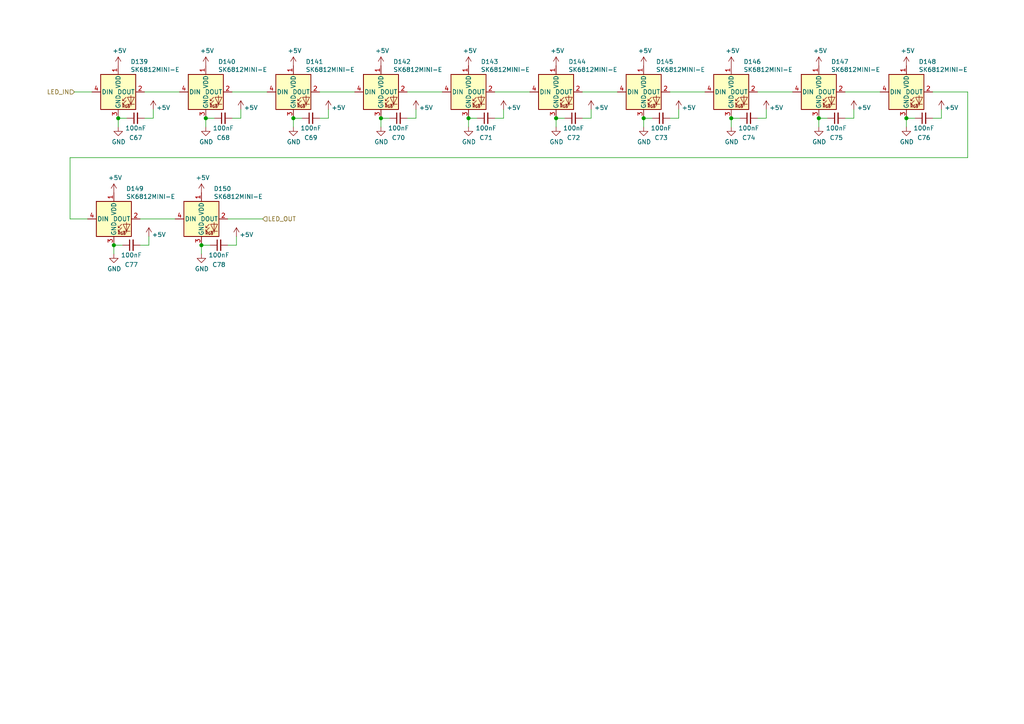
<source format=kicad_sch>
(kicad_sch (version 20210406) (generator eeschema)
  (paper "A4")
  (lib_symbols
    (symbol "Device:C_Small" (pin_numbers hide) (pin_names (offset 0.254) hide)
      (property "Reference" "C" (at 0.254 1.778 0))
      (property "Value" "C_Small" (at 0.254 -2.032 0))
      (symbol "C_Small_0_1"
        (polyline (pts (xy -1.524 -0.508) (xy 1.524 -0.508)) (stroke (width 0.3302)))
        (polyline (pts (xy -1.524 0.508) (xy 1.524 0.508)) (stroke (width 0.3048)))
      )
      (symbol "C_Small_1_1"
        (pin passive line (at 0 2.54 270) (length 2.032) (name "~") (number "1"))
        (pin passive line (at 0 -2.54 90) (length 2.032) (name "~") (number "2"))
      )
    )
    (symbol "chonc60:SK6812MINI-E" (pin_names (offset 0.254))
      (property "Reference" "D" (at 5.08 5.715 0))
      (property "Value" "SK6812MINI-E" (at 1.27 -5.715 0))
      (symbol "SK6812MINI-E_0_0"
        (text "RGB" (at 2.286 -4.191 0) (effects (font (size 0.762 0.762))))
      )
      (symbol "SK6812MINI-E_0_1"
        (rectangle (start 5.08 5.08) (end -5.08 -5.08) (stroke (width 0.254)) (fill (type background)))
        (polyline (pts (xy 1.27 -3.556) (xy 1.778 -3.556)))
        (polyline (pts (xy 1.27 -2.54) (xy 1.778 -2.54)))
        (polyline (pts (xy 4.699 -3.556) (xy 2.667 -3.556)))
        (polyline (pts (xy 2.286 -2.54) (xy 1.27 -3.556) (xy 1.27 -3.048)))
        (polyline (pts (xy 2.286 -1.524) (xy 1.27 -2.54) (xy 1.27 -2.032)))
        (polyline (pts (xy 3.683 -1.016) (xy 3.683 -3.556) (xy 3.683 -4.064)))
        (polyline (pts (xy 4.699 -1.524) (xy 2.667 -1.524) (xy 3.683 -3.556) (xy 4.699 -1.524)))
      )
      (symbol "SK6812MINI-E_1_1"
        (pin power_in line (at 0 7.62 270) (length 2.54) (name "VDD") (number "1"))
        (pin output line (at 7.62 0 180) (length 2.54) (name "DOUT") (number "2"))
        (pin power_in line (at 0 -7.62 90) (length 2.54) (name "GND") (number "3"))
        (pin input line (at -7.62 0 0) (length 2.54) (name "DIN") (number "4"))
      )
    )
    (symbol "chonc60:SK6812MINI-E_10" (pin_names (offset 0.254))
      (property "Reference" "D" (at 5.08 5.715 0))
      (property "Value" "SK6812MINI-E" (at 1.27 -5.715 0))
      (symbol "SK6812MINI-E_10_0_0"
        (text "RGB" (at 2.286 -4.191 0) (effects (font (size 0.762 0.762))))
      )
      (symbol "SK6812MINI-E_10_0_1"
        (rectangle (start 5.08 5.08) (end -5.08 -5.08) (stroke (width 0.254)) (fill (type background)))
        (polyline (pts (xy 1.27 -3.556) (xy 1.778 -3.556)))
        (polyline (pts (xy 1.27 -2.54) (xy 1.778 -2.54)))
        (polyline (pts (xy 4.699 -3.556) (xy 2.667 -3.556)))
        (polyline (pts (xy 2.286 -2.54) (xy 1.27 -3.556) (xy 1.27 -3.048)))
        (polyline (pts (xy 2.286 -1.524) (xy 1.27 -2.54) (xy 1.27 -2.032)))
        (polyline (pts (xy 3.683 -1.016) (xy 3.683 -3.556) (xy 3.683 -4.064)))
        (polyline (pts (xy 4.699 -1.524) (xy 2.667 -1.524) (xy 3.683 -3.556) (xy 4.699 -1.524)))
      )
      (symbol "SK6812MINI-E_10_1_1"
        (pin power_in line (at 0 7.62 270) (length 2.54) (name "VDD") (number "1"))
        (pin output line (at 7.62 0 180) (length 2.54) (name "DOUT") (number "2"))
        (pin power_in line (at 0 -7.62 90) (length 2.54) (name "GND") (number "3"))
        (pin input line (at -7.62 0 0) (length 2.54) (name "DIN") (number "4"))
      )
    )
    (symbol "chonc60:SK6812MINI-E_11" (pin_names (offset 0.254))
      (property "Reference" "D" (at 5.08 5.715 0))
      (property "Value" "SK6812MINI-E" (at 1.27 -5.715 0))
      (symbol "SK6812MINI-E_11_0_0"
        (text "RGB" (at 2.286 -4.191 0) (effects (font (size 0.762 0.762))))
      )
      (symbol "SK6812MINI-E_11_0_1"
        (rectangle (start 5.08 5.08) (end -5.08 -5.08) (stroke (width 0.254)) (fill (type background)))
        (polyline (pts (xy 1.27 -3.556) (xy 1.778 -3.556)))
        (polyline (pts (xy 1.27 -2.54) (xy 1.778 -2.54)))
        (polyline (pts (xy 4.699 -3.556) (xy 2.667 -3.556)))
        (polyline (pts (xy 2.286 -2.54) (xy 1.27 -3.556) (xy 1.27 -3.048)))
        (polyline (pts (xy 2.286 -1.524) (xy 1.27 -2.54) (xy 1.27 -2.032)))
        (polyline (pts (xy 3.683 -1.016) (xy 3.683 -3.556) (xy 3.683 -4.064)))
        (polyline (pts (xy 4.699 -1.524) (xy 2.667 -1.524) (xy 3.683 -3.556) (xy 4.699 -1.524)))
      )
      (symbol "SK6812MINI-E_11_1_1"
        (pin power_in line (at 0 7.62 270) (length 2.54) (name "VDD") (number "1"))
        (pin output line (at 7.62 0 180) (length 2.54) (name "DOUT") (number "2"))
        (pin power_in line (at 0 -7.62 90) (length 2.54) (name "GND") (number "3"))
        (pin input line (at -7.62 0 0) (length 2.54) (name "DIN") (number "4"))
      )
    )
    (symbol "chonc60:SK6812MINI-E_12" (pin_names (offset 0.254))
      (property "Reference" "D" (at 5.08 5.715 0))
      (property "Value" "SK6812MINI-E" (at 1.27 -5.715 0))
      (symbol "SK6812MINI-E_12_0_0"
        (text "RGB" (at 2.286 -4.191 0) (effects (font (size 0.762 0.762))))
      )
      (symbol "SK6812MINI-E_12_0_1"
        (rectangle (start 5.08 5.08) (end -5.08 -5.08) (stroke (width 0.254)) (fill (type background)))
        (polyline (pts (xy 1.27 -3.556) (xy 1.778 -3.556)))
        (polyline (pts (xy 1.27 -2.54) (xy 1.778 -2.54)))
        (polyline (pts (xy 4.699 -3.556) (xy 2.667 -3.556)))
        (polyline (pts (xy 2.286 -2.54) (xy 1.27 -3.556) (xy 1.27 -3.048)))
        (polyline (pts (xy 2.286 -1.524) (xy 1.27 -2.54) (xy 1.27 -2.032)))
        (polyline (pts (xy 3.683 -1.016) (xy 3.683 -3.556) (xy 3.683 -4.064)))
        (polyline (pts (xy 4.699 -1.524) (xy 2.667 -1.524) (xy 3.683 -3.556) (xy 4.699 -1.524)))
      )
      (symbol "SK6812MINI-E_12_1_1"
        (pin power_in line (at 0 7.62 270) (length 2.54) (name "VDD") (number "1"))
        (pin output line (at 7.62 0 180) (length 2.54) (name "DOUT") (number "2"))
        (pin power_in line (at 0 -7.62 90) (length 2.54) (name "GND") (number "3"))
        (pin input line (at -7.62 0 0) (length 2.54) (name "DIN") (number "4"))
      )
    )
    (symbol "chonc60:SK6812MINI-E_14" (pin_names (offset 0.254))
      (property "Reference" "D" (at 5.08 5.715 0))
      (property "Value" "SK6812MINI-E" (at 1.27 -5.715 0))
      (symbol "SK6812MINI-E_14_0_0"
        (text "RGB" (at 2.286 -4.191 0) (effects (font (size 0.762 0.762))))
      )
      (symbol "SK6812MINI-E_14_0_1"
        (rectangle (start 5.08 5.08) (end -5.08 -5.08) (stroke (width 0.254)) (fill (type background)))
        (polyline (pts (xy 1.27 -3.556) (xy 1.778 -3.556)))
        (polyline (pts (xy 1.27 -2.54) (xy 1.778 -2.54)))
        (polyline (pts (xy 4.699 -3.556) (xy 2.667 -3.556)))
        (polyline (pts (xy 2.286 -2.54) (xy 1.27 -3.556) (xy 1.27 -3.048)))
        (polyline (pts (xy 2.286 -1.524) (xy 1.27 -2.54) (xy 1.27 -2.032)))
        (polyline (pts (xy 3.683 -1.016) (xy 3.683 -3.556) (xy 3.683 -4.064)))
        (polyline (pts (xy 4.699 -1.524) (xy 2.667 -1.524) (xy 3.683 -3.556) (xy 4.699 -1.524)))
      )
      (symbol "SK6812MINI-E_14_1_1"
        (pin power_in line (at 0 7.62 270) (length 2.54) (name "VDD") (number "1"))
        (pin output line (at 7.62 0 180) (length 2.54) (name "DOUT") (number "2"))
        (pin power_in line (at 0 -7.62 90) (length 2.54) (name "GND") (number "3"))
        (pin input line (at -7.62 0 0) (length 2.54) (name "DIN") (number "4"))
      )
    )
    (symbol "chonc60:SK6812MINI-E_3" (pin_names (offset 0.254))
      (property "Reference" "D" (at 5.08 5.715 0))
      (property "Value" "SK6812MINI-E" (at 1.27 -5.715 0))
      (symbol "SK6812MINI-E_3_0_0"
        (text "RGB" (at 2.286 -4.191 0) (effects (font (size 0.762 0.762))))
      )
      (symbol "SK6812MINI-E_3_0_1"
        (rectangle (start 5.08 5.08) (end -5.08 -5.08) (stroke (width 0.254)) (fill (type background)))
        (polyline (pts (xy 1.27 -3.556) (xy 1.778 -3.556)))
        (polyline (pts (xy 1.27 -2.54) (xy 1.778 -2.54)))
        (polyline (pts (xy 4.699 -3.556) (xy 2.667 -3.556)))
        (polyline (pts (xy 2.286 -2.54) (xy 1.27 -3.556) (xy 1.27 -3.048)))
        (polyline (pts (xy 2.286 -1.524) (xy 1.27 -2.54) (xy 1.27 -2.032)))
        (polyline (pts (xy 3.683 -1.016) (xy 3.683 -3.556) (xy 3.683 -4.064)))
        (polyline (pts (xy 4.699 -1.524) (xy 2.667 -1.524) (xy 3.683 -3.556) (xy 4.699 -1.524)))
      )
      (symbol "SK6812MINI-E_3_1_1"
        (pin power_in line (at 0 7.62 270) (length 2.54) (name "VDD") (number "1"))
        (pin output line (at 7.62 0 180) (length 2.54) (name "DOUT") (number "2"))
        (pin power_in line (at 0 -7.62 90) (length 2.54) (name "GND") (number "3"))
        (pin input line (at -7.62 0 0) (length 2.54) (name "DIN") (number "4"))
      )
    )
    (symbol "chonc60:SK6812MINI-E_4" (pin_names (offset 0.254))
      (property "Reference" "D" (at 5.08 5.715 0))
      (property "Value" "SK6812MINI-E" (at 1.27 -5.715 0))
      (symbol "SK6812MINI-E_4_0_0"
        (text "RGB" (at 2.286 -4.191 0) (effects (font (size 0.762 0.762))))
      )
      (symbol "SK6812MINI-E_4_0_1"
        (rectangle (start 5.08 5.08) (end -5.08 -5.08) (stroke (width 0.254)) (fill (type background)))
        (polyline (pts (xy 1.27 -3.556) (xy 1.778 -3.556)))
        (polyline (pts (xy 1.27 -2.54) (xy 1.778 -2.54)))
        (polyline (pts (xy 4.699 -3.556) (xy 2.667 -3.556)))
        (polyline (pts (xy 2.286 -2.54) (xy 1.27 -3.556) (xy 1.27 -3.048)))
        (polyline (pts (xy 2.286 -1.524) (xy 1.27 -2.54) (xy 1.27 -2.032)))
        (polyline (pts (xy 3.683 -1.016) (xy 3.683 -3.556) (xy 3.683 -4.064)))
        (polyline (pts (xy 4.699 -1.524) (xy 2.667 -1.524) (xy 3.683 -3.556) (xy 4.699 -1.524)))
      )
      (symbol "SK6812MINI-E_4_1_1"
        (pin power_in line (at 0 7.62 270) (length 2.54) (name "VDD") (number "1"))
        (pin output line (at 7.62 0 180) (length 2.54) (name "DOUT") (number "2"))
        (pin power_in line (at 0 -7.62 90) (length 2.54) (name "GND") (number "3"))
        (pin input line (at -7.62 0 0) (length 2.54) (name "DIN") (number "4"))
      )
    )
    (symbol "chonc60:SK6812MINI-E_5" (pin_names (offset 0.254))
      (property "Reference" "D" (at 5.08 5.715 0))
      (property "Value" "SK6812MINI-E" (at 1.27 -5.715 0))
      (symbol "SK6812MINI-E_5_0_0"
        (text "RGB" (at 2.286 -4.191 0) (effects (font (size 0.762 0.762))))
      )
      (symbol "SK6812MINI-E_5_0_1"
        (rectangle (start 5.08 5.08) (end -5.08 -5.08) (stroke (width 0.254)) (fill (type background)))
        (polyline (pts (xy 1.27 -3.556) (xy 1.778 -3.556)))
        (polyline (pts (xy 1.27 -2.54) (xy 1.778 -2.54)))
        (polyline (pts (xy 4.699 -3.556) (xy 2.667 -3.556)))
        (polyline (pts (xy 2.286 -2.54) (xy 1.27 -3.556) (xy 1.27 -3.048)))
        (polyline (pts (xy 2.286 -1.524) (xy 1.27 -2.54) (xy 1.27 -2.032)))
        (polyline (pts (xy 3.683 -1.016) (xy 3.683 -3.556) (xy 3.683 -4.064)))
        (polyline (pts (xy 4.699 -1.524) (xy 2.667 -1.524) (xy 3.683 -3.556) (xy 4.699 -1.524)))
      )
      (symbol "SK6812MINI-E_5_1_1"
        (pin power_in line (at 0 7.62 270) (length 2.54) (name "VDD") (number "1"))
        (pin output line (at 7.62 0 180) (length 2.54) (name "DOUT") (number "2"))
        (pin power_in line (at 0 -7.62 90) (length 2.54) (name "GND") (number "3"))
        (pin input line (at -7.62 0 0) (length 2.54) (name "DIN") (number "4"))
      )
    )
    (symbol "chonc60:SK6812MINI-E_6" (pin_names (offset 0.254))
      (property "Reference" "D" (at 5.08 5.715 0))
      (property "Value" "SK6812MINI-E" (at 1.27 -5.715 0))
      (symbol "SK6812MINI-E_6_0_0"
        (text "RGB" (at 2.286 -4.191 0) (effects (font (size 0.762 0.762))))
      )
      (symbol "SK6812MINI-E_6_0_1"
        (rectangle (start 5.08 5.08) (end -5.08 -5.08) (stroke (width 0.254)) (fill (type background)))
        (polyline (pts (xy 1.27 -3.556) (xy 1.778 -3.556)))
        (polyline (pts (xy 1.27 -2.54) (xy 1.778 -2.54)))
        (polyline (pts (xy 4.699 -3.556) (xy 2.667 -3.556)))
        (polyline (pts (xy 2.286 -2.54) (xy 1.27 -3.556) (xy 1.27 -3.048)))
        (polyline (pts (xy 2.286 -1.524) (xy 1.27 -2.54) (xy 1.27 -2.032)))
        (polyline (pts (xy 3.683 -1.016) (xy 3.683 -3.556) (xy 3.683 -4.064)))
        (polyline (pts (xy 4.699 -1.524) (xy 2.667 -1.524) (xy 3.683 -3.556) (xy 4.699 -1.524)))
      )
      (symbol "SK6812MINI-E_6_1_1"
        (pin power_in line (at 0 7.62 270) (length 2.54) (name "VDD") (number "1"))
        (pin output line (at 7.62 0 180) (length 2.54) (name "DOUT") (number "2"))
        (pin power_in line (at 0 -7.62 90) (length 2.54) (name "GND") (number "3"))
        (pin input line (at -7.62 0 0) (length 2.54) (name "DIN") (number "4"))
      )
    )
    (symbol "chonc60:SK6812MINI-E_7" (pin_names (offset 0.254))
      (property "Reference" "D" (at 5.08 5.715 0))
      (property "Value" "SK6812MINI-E" (at 1.27 -5.715 0))
      (symbol "SK6812MINI-E_7_0_0"
        (text "RGB" (at 2.286 -4.191 0) (effects (font (size 0.762 0.762))))
      )
      (symbol "SK6812MINI-E_7_0_1"
        (rectangle (start 5.08 5.08) (end -5.08 -5.08) (stroke (width 0.254)) (fill (type background)))
        (polyline (pts (xy 1.27 -3.556) (xy 1.778 -3.556)))
        (polyline (pts (xy 1.27 -2.54) (xy 1.778 -2.54)))
        (polyline (pts (xy 4.699 -3.556) (xy 2.667 -3.556)))
        (polyline (pts (xy 2.286 -2.54) (xy 1.27 -3.556) (xy 1.27 -3.048)))
        (polyline (pts (xy 2.286 -1.524) (xy 1.27 -2.54) (xy 1.27 -2.032)))
        (polyline (pts (xy 3.683 -1.016) (xy 3.683 -3.556) (xy 3.683 -4.064)))
        (polyline (pts (xy 4.699 -1.524) (xy 2.667 -1.524) (xy 3.683 -3.556) (xy 4.699 -1.524)))
      )
      (symbol "SK6812MINI-E_7_1_1"
        (pin power_in line (at 0 7.62 270) (length 2.54) (name "VDD") (number "1"))
        (pin output line (at 7.62 0 180) (length 2.54) (name "DOUT") (number "2"))
        (pin power_in line (at 0 -7.62 90) (length 2.54) (name "GND") (number "3"))
        (pin input line (at -7.62 0 0) (length 2.54) (name "DIN") (number "4"))
      )
    )
    (symbol "chonc60:SK6812MINI-E_8" (pin_names (offset 0.254))
      (property "Reference" "D" (at 5.08 5.715 0))
      (property "Value" "SK6812MINI-E" (at 1.27 -5.715 0))
      (symbol "SK6812MINI-E_8_0_0"
        (text "RGB" (at 2.286 -4.191 0) (effects (font (size 0.762 0.762))))
      )
      (symbol "SK6812MINI-E_8_0_1"
        (rectangle (start 5.08 5.08) (end -5.08 -5.08) (stroke (width 0.254)) (fill (type background)))
        (polyline (pts (xy 1.27 -3.556) (xy 1.778 -3.556)))
        (polyline (pts (xy 1.27 -2.54) (xy 1.778 -2.54)))
        (polyline (pts (xy 4.699 -3.556) (xy 2.667 -3.556)))
        (polyline (pts (xy 2.286 -2.54) (xy 1.27 -3.556) (xy 1.27 -3.048)))
        (polyline (pts (xy 2.286 -1.524) (xy 1.27 -2.54) (xy 1.27 -2.032)))
        (polyline (pts (xy 3.683 -1.016) (xy 3.683 -3.556) (xy 3.683 -4.064)))
        (polyline (pts (xy 4.699 -1.524) (xy 2.667 -1.524) (xy 3.683 -3.556) (xy 4.699 -1.524)))
      )
      (symbol "SK6812MINI-E_8_1_1"
        (pin power_in line (at 0 7.62 270) (length 2.54) (name "VDD") (number "1"))
        (pin output line (at 7.62 0 180) (length 2.54) (name "DOUT") (number "2"))
        (pin power_in line (at 0 -7.62 90) (length 2.54) (name "GND") (number "3"))
        (pin input line (at -7.62 0 0) (length 2.54) (name "DIN") (number "4"))
      )
    )
    (symbol "chonc60:SK6812MINI-E_9" (pin_names (offset 0.254))
      (property "Reference" "D" (at 5.08 5.715 0))
      (property "Value" "SK6812MINI-E" (at 1.27 -5.715 0))
      (symbol "SK6812MINI-E_9_0_0"
        (text "RGB" (at 2.286 -4.191 0) (effects (font (size 0.762 0.762))))
      )
      (symbol "SK6812MINI-E_9_0_1"
        (rectangle (start 5.08 5.08) (end -5.08 -5.08) (stroke (width 0.254)) (fill (type background)))
        (polyline (pts (xy 1.27 -3.556) (xy 1.778 -3.556)))
        (polyline (pts (xy 1.27 -2.54) (xy 1.778 -2.54)))
        (polyline (pts (xy 4.699 -3.556) (xy 2.667 -3.556)))
        (polyline (pts (xy 2.286 -2.54) (xy 1.27 -3.556) (xy 1.27 -3.048)))
        (polyline (pts (xy 2.286 -1.524) (xy 1.27 -2.54) (xy 1.27 -2.032)))
        (polyline (pts (xy 3.683 -1.016) (xy 3.683 -3.556) (xy 3.683 -4.064)))
        (polyline (pts (xy 4.699 -1.524) (xy 2.667 -1.524) (xy 3.683 -3.556) (xy 4.699 -1.524)))
      )
      (symbol "SK6812MINI-E_9_1_1"
        (pin power_in line (at 0 7.62 270) (length 2.54) (name "VDD") (number "1"))
        (pin output line (at 7.62 0 180) (length 2.54) (name "DOUT") (number "2"))
        (pin power_in line (at 0 -7.62 90) (length 2.54) (name "GND") (number "3"))
        (pin input line (at -7.62 0 0) (length 2.54) (name "DIN") (number "4"))
      )
    )
    (symbol "power:+5V" (power) (pin_names (offset 0))
      (property "Value" "+5V" (at 0 3.556 0))
      (symbol "+5V_0_1"
        (polyline (pts (xy -0.762 1.27) (xy 0 2.54)))
        (polyline (pts (xy 0 0) (xy 0 2.54)))
        (polyline (pts (xy 0 2.54) (xy 0.762 1.27)))
      )
      (symbol "+5V_1_1"
        (pin power_in line (at 0 0 90) (length 0) hide (name "+5V") (number "1"))
      )
    )
    (symbol "power:GND" (power) (pin_names (offset 0))
      (property "Value" "GND" (at 0 -3.81 0))
      (symbol "GND_0_1"
        (polyline (pts (xy 0 0) (xy 0 -1.27) (xy 1.27 -1.27) (xy 0 -2.54) (xy -1.27 -1.27) (xy 0 -1.27)))
      )
      (symbol "GND_1_1"
        (pin power_in line (at 0 0 270) (length 0) hide (name "GND") (number "1"))
      )
    )
  )
  (junction (at 33.02 71.12) (diameter 1.016))
  (junction (at 34.29 34.29) (diameter 1.016))
  (junction (at 58.42 71.12) (diameter 1.016))
  (junction (at 59.69 34.29) (diameter 1.016))
  (junction (at 85.09 34.29) (diameter 1.016))
  (junction (at 110.49 34.29) (diameter 1.016))
  (junction (at 135.89 34.29) (diameter 1.016))
  (junction (at 161.29 34.29) (diameter 1.016))
  (junction (at 186.69 34.29) (diameter 1.016))
  (junction (at 212.09 34.29) (diameter 1.016))
  (junction (at 237.49 34.29) (diameter 1.016))
  (junction (at 262.89 34.29) (diameter 1.016))
  (wire (pts (xy 20.32 45.72) (xy 280.67 45.72)))
  (wire (pts (xy 20.32 63.5) (xy 20.32 45.72)))
  (wire (pts (xy 20.32 63.5) (xy 25.4 63.5)))
  (wire (pts (xy 21.59 26.67) (xy 26.67 26.67)))
  (wire (pts (xy 33.02 71.12) (xy 35.56 71.12)))
  (wire (pts (xy 33.02 73.66) (xy 33.02 71.12)))
  (wire (pts (xy 34.29 34.29) (xy 36.83 34.29)))
  (wire (pts (xy 34.29 36.83) (xy 34.29 34.29)))
  (wire (pts (xy 40.64 63.5) (xy 50.8 63.5)))
  (wire (pts (xy 40.64 71.12) (xy 43.18 71.12)))
  (wire (pts (xy 41.91 26.67) (xy 52.07 26.67)))
  (wire (pts (xy 41.91 34.29) (xy 44.45 34.29)))
  (wire (pts (xy 43.18 68.58) (xy 43.18 71.12)))
  (wire (pts (xy 44.45 31.75) (xy 44.45 34.29)))
  (wire (pts (xy 58.42 71.12) (xy 60.96 71.12)))
  (wire (pts (xy 58.42 73.66) (xy 58.42 71.12)))
  (wire (pts (xy 59.69 34.29) (xy 62.23 34.29)))
  (wire (pts (xy 59.69 36.83) (xy 59.69 34.29)))
  (wire (pts (xy 66.04 63.5) (xy 76.2 63.5)))
  (wire (pts (xy 66.04 71.12) (xy 68.58 71.12)))
  (wire (pts (xy 67.31 26.67) (xy 77.47 26.67)))
  (wire (pts (xy 67.31 34.29) (xy 69.85 34.29)))
  (wire (pts (xy 68.58 68.58) (xy 68.58 71.12)))
  (wire (pts (xy 69.85 31.75) (xy 69.85 34.29)))
  (wire (pts (xy 85.09 34.29) (xy 87.63 34.29)))
  (wire (pts (xy 85.09 36.83) (xy 85.09 34.29)))
  (wire (pts (xy 92.71 26.67) (xy 102.87 26.67)))
  (wire (pts (xy 92.71 34.29) (xy 95.25 34.29)))
  (wire (pts (xy 95.25 31.75) (xy 95.25 34.29)))
  (wire (pts (xy 110.49 34.29) (xy 113.03 34.29)))
  (wire (pts (xy 110.49 36.83) (xy 110.49 34.29)))
  (wire (pts (xy 118.11 26.67) (xy 128.27 26.67)))
  (wire (pts (xy 118.11 34.29) (xy 120.65 34.29)))
  (wire (pts (xy 120.65 31.75) (xy 120.65 34.29)))
  (wire (pts (xy 135.89 34.29) (xy 138.43 34.29)))
  (wire (pts (xy 135.89 36.83) (xy 135.89 34.29)))
  (wire (pts (xy 143.51 26.67) (xy 153.67 26.67)))
  (wire (pts (xy 143.51 34.29) (xy 146.05 34.29)))
  (wire (pts (xy 146.05 31.75) (xy 146.05 34.29)))
  (wire (pts (xy 161.29 34.29) (xy 163.83 34.29)))
  (wire (pts (xy 161.29 36.83) (xy 161.29 34.29)))
  (wire (pts (xy 168.91 26.67) (xy 179.07 26.67)))
  (wire (pts (xy 168.91 34.29) (xy 171.45 34.29)))
  (wire (pts (xy 171.45 31.75) (xy 171.45 34.29)))
  (wire (pts (xy 186.69 34.29) (xy 189.23 34.29)))
  (wire (pts (xy 186.69 36.83) (xy 186.69 34.29)))
  (wire (pts (xy 194.31 26.67) (xy 204.47 26.67)))
  (wire (pts (xy 194.31 34.29) (xy 196.85 34.29)))
  (wire (pts (xy 196.85 31.75) (xy 196.85 34.29)))
  (wire (pts (xy 212.09 34.29) (xy 214.63 34.29)))
  (wire (pts (xy 212.09 36.83) (xy 212.09 34.29)))
  (wire (pts (xy 219.71 26.67) (xy 229.87 26.67)))
  (wire (pts (xy 219.71 34.29) (xy 222.25 34.29)))
  (wire (pts (xy 222.25 31.75) (xy 222.25 34.29)))
  (wire (pts (xy 237.49 34.29) (xy 240.03 34.29)))
  (wire (pts (xy 237.49 36.83) (xy 237.49 34.29)))
  (wire (pts (xy 245.11 26.67) (xy 255.27 26.67)))
  (wire (pts (xy 245.11 34.29) (xy 247.65 34.29)))
  (wire (pts (xy 247.65 31.75) (xy 247.65 34.29)))
  (wire (pts (xy 262.89 34.29) (xy 265.43 34.29)))
  (wire (pts (xy 262.89 36.83) (xy 262.89 34.29)))
  (wire (pts (xy 270.51 26.67) (xy 280.67 26.67)))
  (wire (pts (xy 270.51 34.29) (xy 273.05 34.29)))
  (wire (pts (xy 273.05 31.75) (xy 273.05 34.29)))
  (wire (pts (xy 280.67 45.72) (xy 280.67 26.67)))
  (hierarchical_label "LED_IN" (shape input) (at 21.59 26.67 180))
  (hierarchical_label "LED_OUT" (shape input) (at 76.2 63.5 0))
  (symbol (lib_id "power:+5V") (at 33.02 55.88 0) (unit 1)
    (property "Reference" "#PWR0229" (effects hide))
    (property "Value" "+5V" (at 33.3883 51.5556 0))
  )
  (symbol (lib_id "power:+5V") (at 34.29 19.05 0) (unit 1)
    (property "Reference" "#PWR0199" (effects hide))
    (property "Value" "+5V" (at 34.6583 14.7256 0))
  )
  (symbol (lib_id "power:+5V") (at 43.18 68.58 0) (unit 1)
    (property "Reference" "#PWR0234" (effects hide))
    (property "Value" "+5V" (at 46.0883 68.0656 0))
  )
  (symbol (lib_id "power:+5V") (at 44.45 31.75 0) (unit 1)
    (property "Reference" "#PWR0209" (effects hide))
    (property "Value" "+5V" (at 47.3583 31.2356 0))
  )
  (symbol (lib_id "power:+5V") (at 58.42 55.88 0) (unit 1)
    (property "Reference" "#PWR0230" (effects hide))
    (property "Value" "+5V" (at 58.7883 51.5556 0))
  )
  (symbol (lib_id "power:+5V") (at 59.69 19.05 0) (unit 1)
    (property "Reference" "#PWR0200" (effects hide))
    (property "Value" "+5V" (at 60.0583 14.7256 0))
  )
  (symbol (lib_id "power:+5V") (at 68.58 68.58 0) (unit 1)
    (property "Reference" "#PWR0235" (effects hide))
    (property "Value" "+5V" (at 71.4883 68.0656 0))
  )
  (symbol (lib_id "power:+5V") (at 69.85 31.75 0) (unit 1)
    (property "Reference" "#PWR0210" (effects hide))
    (property "Value" "+5V" (at 72.7583 31.2356 0))
  )
  (symbol (lib_id "power:+5V") (at 85.09 19.05 0) (unit 1)
    (property "Reference" "#PWR0201" (effects hide))
    (property "Value" "+5V" (at 85.4583 14.7256 0))
  )
  (symbol (lib_id "power:+5V") (at 95.25 31.75 0) (unit 1)
    (property "Reference" "#PWR0211" (effects hide))
    (property "Value" "+5V" (at 98.1583 31.2356 0))
  )
  (symbol (lib_id "power:+5V") (at 110.49 19.05 0) (unit 1)
    (property "Reference" "#PWR0202" (effects hide))
    (property "Value" "+5V" (at 110.8583 14.7256 0))
  )
  (symbol (lib_id "power:+5V") (at 120.65 31.75 0) (unit 1)
    (property "Reference" "#PWR0212" (effects hide))
    (property "Value" "+5V" (at 123.5583 31.2356 0))
  )
  (symbol (lib_id "power:+5V") (at 135.89 19.05 0) (unit 1)
    (property "Reference" "#PWR0203" (effects hide))
    (property "Value" "+5V" (at 136.2583 14.7256 0))
  )
  (symbol (lib_id "power:+5V") (at 146.05 31.75 0) (unit 1)
    (property "Reference" "#PWR0213" (effects hide))
    (property "Value" "+5V" (at 148.9583 31.2356 0))
  )
  (symbol (lib_id "power:+5V") (at 161.29 19.05 0) (unit 1)
    (property "Reference" "#PWR0204" (effects hide))
    (property "Value" "+5V" (at 161.6583 14.7256 0))
  )
  (symbol (lib_id "power:+5V") (at 171.45 31.75 0) (unit 1)
    (property "Reference" "#PWR0214" (effects hide))
    (property "Value" "+5V" (at 174.3583 31.2356 0))
  )
  (symbol (lib_id "power:+5V") (at 186.69 19.05 0) (unit 1)
    (property "Reference" "#PWR0205" (effects hide))
    (property "Value" "+5V" (at 187.0583 14.7256 0))
  )
  (symbol (lib_id "power:+5V") (at 196.85 31.75 0) (unit 1)
    (property "Reference" "#PWR0215" (effects hide))
    (property "Value" "+5V" (at 199.7583 31.2356 0))
  )
  (symbol (lib_id "power:+5V") (at 212.09 19.05 0) (unit 1)
    (property "Reference" "#PWR0206" (effects hide))
    (property "Value" "+5V" (at 212.4583 14.7256 0))
  )
  (symbol (lib_id "power:+5V") (at 222.25 31.75 0) (unit 1)
    (property "Reference" "#PWR0216" (effects hide))
    (property "Value" "+5V" (at 225.1583 31.2356 0))
  )
  (symbol (lib_id "power:+5V") (at 237.49 19.05 0) (unit 1)
    (property "Reference" "#PWR0207" (effects hide))
    (property "Value" "+5V" (at 237.8583 14.7256 0))
  )
  (symbol (lib_id "power:+5V") (at 247.65 31.75 0) (unit 1)
    (property "Reference" "#PWR0217" (effects hide))
    (property "Value" "+5V" (at 250.5583 31.2356 0))
  )
  (symbol (lib_id "power:+5V") (at 262.89 19.05 0) (unit 1)
    (property "Reference" "#PWR0208" (effects hide))
    (property "Value" "+5V" (at 263.2583 14.7256 0))
  )
  (symbol (lib_id "power:+5V") (at 273.05 31.75 0) (unit 1)
    (property "Reference" "#PWR0218" (effects hide))
    (property "Value" "+5V" (at 275.9583 31.2356 0))
  )
  (symbol (lib_id "power:GND") (at 33.02 73.66 0) (unit 1)
    (property "Reference" "#PWR0239" (effects hide))
    (property "Value" "GND" (at 33.1343 77.9844 0))
  )
  (symbol (lib_id "power:GND") (at 34.29 36.83 0) (unit 1)
    (property "Reference" "#PWR0219" (effects hide))
    (property "Value" "GND" (at 34.4043 41.1544 0))
  )
  (symbol (lib_id "power:GND") (at 58.42 73.66 0) (unit 1)
    (property "Reference" "#PWR0240" (effects hide))
    (property "Value" "GND" (at 58.5343 77.9844 0))
  )
  (symbol (lib_id "power:GND") (at 59.69 36.83 0) (unit 1)
    (property "Reference" "#PWR0220" (effects hide))
    (property "Value" "GND" (at 59.8043 41.1544 0))
  )
  (symbol (lib_id "power:GND") (at 85.09 36.83 0) (unit 1)
    (property "Reference" "#PWR0221" (effects hide))
    (property "Value" "GND" (at 85.2043 41.1544 0))
  )
  (symbol (lib_id "power:GND") (at 110.49 36.83 0) (unit 1)
    (property "Reference" "#PWR0222" (effects hide))
    (property "Value" "GND" (at 110.6043 41.1544 0))
  )
  (symbol (lib_id "power:GND") (at 135.89 36.83 0) (unit 1)
    (property "Reference" "#PWR0223" (effects hide))
    (property "Value" "GND" (at 136.0043 41.1544 0))
  )
  (symbol (lib_id "power:GND") (at 161.29 36.83 0) (unit 1)
    (property "Reference" "#PWR0224" (effects hide))
    (property "Value" "GND" (at 161.4043 41.1544 0))
  )
  (symbol (lib_id "power:GND") (at 186.69 36.83 0) (unit 1)
    (property "Reference" "#PWR0225" (effects hide))
    (property "Value" "GND" (at 186.8043 41.1544 0))
  )
  (symbol (lib_id "power:GND") (at 212.09 36.83 0) (unit 1)
    (property "Reference" "#PWR0226" (effects hide))
    (property "Value" "GND" (at 212.2043 41.1544 0))
  )
  (symbol (lib_id "power:GND") (at 237.49 36.83 0) (unit 1)
    (property "Reference" "#PWR0227" (effects hide))
    (property "Value" "GND" (at 237.6043 41.1544 0))
  )
  (symbol (lib_id "power:GND") (at 262.89 36.83 0) (unit 1)
    (property "Reference" "#PWR0228" (effects hide))
    (property "Value" "GND" (at 263.0043 41.1544 0))
  )
  (symbol (lib_id "Device:C_Small") (at 38.1 71.12 90) (unit 1)
    (property "Reference" "C77" (at 38.1 76.7777 90))
    (property "Value" "100nF" (at 38.1 73.996 90))
    (property "Footprint" "Capacitor_SMD:C_0603_1608Metric" (effects hide))
  )
  (symbol (lib_id "Device:C_Small") (at 39.37 34.29 90) (unit 1)
    (property "Reference" "C67" (at 39.37 39.9477 90))
    (property "Value" "100nF" (at 39.37 37.166 90))
    (property "Footprint" "Capacitor_SMD:C_0603_1608Metric" (effects hide))
  )
  (symbol (lib_id "Device:C_Small") (at 63.5 71.12 90) (unit 1)
    (property "Reference" "C78" (at 63.5 76.7777 90))
    (property "Value" "100nF" (at 63.5 73.996 90))
    (property "Footprint" "Capacitor_SMD:C_0603_1608Metric" (effects hide))
  )
  (symbol (lib_id "Device:C_Small") (at 64.77 34.29 90) (unit 1)
    (property "Reference" "C68" (at 64.77 39.9477 90))
    (property "Value" "100nF" (at 64.77 37.166 90))
    (property "Footprint" "Capacitor_SMD:C_0603_1608Metric" (effects hide))
  )
  (symbol (lib_id "Device:C_Small") (at 90.17 34.29 90) (unit 1)
    (property "Reference" "C69" (at 90.17 39.9477 90))
    (property "Value" "100nF" (at 90.17 37.166 90))
    (property "Footprint" "Capacitor_SMD:C_0603_1608Metric" (effects hide))
  )
  (symbol (lib_id "Device:C_Small") (at 115.57 34.29 90) (unit 1)
    (property "Reference" "C70" (at 115.57 39.9477 90))
    (property "Value" "100nF" (at 115.57 37.166 90))
    (property "Footprint" "Capacitor_SMD:C_0603_1608Metric" (effects hide))
  )
  (symbol (lib_id "Device:C_Small") (at 140.97 34.29 90) (unit 1)
    (property "Reference" "C71" (at 140.97 39.9477 90))
    (property "Value" "100nF" (at 140.97 37.166 90))
    (property "Footprint" "Capacitor_SMD:C_0603_1608Metric" (effects hide))
  )
  (symbol (lib_id "Device:C_Small") (at 166.37 34.29 90) (unit 1)
    (property "Reference" "C72" (at 166.37 39.9477 90))
    (property "Value" "100nF" (at 166.37 37.166 90))
    (property "Footprint" "Capacitor_SMD:C_0603_1608Metric" (effects hide))
  )
  (symbol (lib_id "Device:C_Small") (at 191.77 34.29 90) (unit 1)
    (property "Reference" "C73" (at 191.77 39.9477 90))
    (property "Value" "100nF" (at 191.77 37.166 90))
    (property "Footprint" "Capacitor_SMD:C_0603_1608Metric" (effects hide))
  )
  (symbol (lib_id "Device:C_Small") (at 217.17 34.29 90) (unit 1)
    (property "Reference" "C74" (at 217.17 39.9477 90))
    (property "Value" "100nF" (at 217.17 37.166 90))
    (property "Footprint" "Capacitor_SMD:C_0603_1608Metric" (effects hide))
  )
  (symbol (lib_id "Device:C_Small") (at 242.57 34.29 90) (unit 1)
    (property "Reference" "C75" (at 242.57 39.9477 90))
    (property "Value" "100nF" (at 242.57 37.166 90))
    (property "Footprint" "Capacitor_SMD:C_0603_1608Metric" (effects hide))
  )
  (symbol (lib_id "Device:C_Small") (at 267.97 34.29 90) (unit 1)
    (property "Reference" "C76" (at 267.97 39.9477 90))
    (property "Value" "100nF" (at 267.97 37.166 90))
    (property "Footprint" "Capacitor_SMD:C_0603_1608Metric" (effects hide))
  )
  (symbol (lib_id "chonc60:SK6812MINI-E") (at 33.02 63.5 0) (unit 1)
    (property "Reference" "D149" (at 36.5761 54.7306 0) (effects (justify left)))
    (property "Value" "SK6812MINI-E" (at 36.5761 57.0293 0) (effects (justify left)))
    (property "Footprint" "chonc60:LED_SK6812_MINI_E_REVERSE" (effects hide))
    (property "Datasheet" "https://ecksteinimg.de/Datasheet/LED/LED0011/SK6812MINI-E_REV02_EN.pdf" (effects hide))
    (property "License" "This symbol is based off of the SK6812 official KiCad symbol and is thus under its modified CC-BY-SA 4.0 license instead of MIT" (effects hide))
  )
  (symbol (lib_name "chonc60:SK6812MINI-E_14") (lib_id "chonc60:SK6812MINI-E") (at 34.29 26.67 0) (unit 1)
    (property "Reference" "D139" (at 37.8461 17.9006 0) (effects (justify left)))
    (property "Value" "SK6812MINI-E" (at 37.8461 20.1993 0) (effects (justify left)))
    (property "Footprint" "chonc60:LED_SK6812_MINI_E_REVERSE" (effects hide))
    (property "Datasheet" "https://ecksteinimg.de/Datasheet/LED/LED0011/SK6812MINI-E_REV02_EN.pdf" (effects hide))
    (property "License" "This symbol is based off of the SK6812 official KiCad symbol and is thus under its modified CC-BY-SA 4.0 license instead of MIT" (effects hide))
  )
  (symbol (lib_name "chonc60:SK6812MINI-E_12") (lib_id "chonc60:SK6812MINI-E") (at 58.42 63.5 0) (unit 1)
    (property "Reference" "D150" (at 61.9761 54.7306 0) (effects (justify left)))
    (property "Value" "SK6812MINI-E" (at 61.9761 57.0293 0) (effects (justify left)))
    (property "Footprint" "chonc60:LED_SK6812_MINI_E_REVERSE" (effects hide))
    (property "Datasheet" "https://ecksteinimg.de/Datasheet/LED/LED0011/SK6812MINI-E_REV02_EN.pdf" (effects hide))
    (property "License" "This symbol is based off of the SK6812 official KiCad symbol and is thus under its modified CC-BY-SA 4.0 license instead of MIT" (effects hide))
  )
  (symbol (lib_name "chonc60:SK6812MINI-E_11") (lib_id "chonc60:SK6812MINI-E") (at 59.69 26.67 0) (unit 1)
    (property "Reference" "D140" (at 63.2461 17.9006 0) (effects (justify left)))
    (property "Value" "SK6812MINI-E" (at 63.2461 20.1993 0) (effects (justify left)))
    (property "Footprint" "chonc60:LED_SK6812_MINI_E_REVERSE" (effects hide))
    (property "Datasheet" "https://ecksteinimg.de/Datasheet/LED/LED0011/SK6812MINI-E_REV02_EN.pdf" (effects hide))
    (property "License" "This symbol is based off of the SK6812 official KiCad symbol and is thus under its modified CC-BY-SA 4.0 license instead of MIT" (effects hide))
  )
  (symbol (lib_name "chonc60:SK6812MINI-E_10") (lib_id "chonc60:SK6812MINI-E") (at 85.09 26.67 0) (unit 1)
    (property "Reference" "D141" (at 88.6461 17.9006 0) (effects (justify left)))
    (property "Value" "SK6812MINI-E" (at 88.6461 20.1993 0) (effects (justify left)))
    (property "Footprint" "chonc60:LED_SK6812_MINI_E_REVERSE" (effects hide))
    (property "Datasheet" "https://ecksteinimg.de/Datasheet/LED/LED0011/SK6812MINI-E_REV02_EN.pdf" (effects hide))
    (property "License" "This symbol is based off of the SK6812 official KiCad symbol and is thus under its modified CC-BY-SA 4.0 license instead of MIT" (effects hide))
  )
  (symbol (lib_name "chonc60:SK6812MINI-E_7") (lib_id "chonc60:SK6812MINI-E") (at 110.49 26.67 0) (unit 1)
    (property "Reference" "D142" (at 114.0461 17.9006 0) (effects (justify left)))
    (property "Value" "SK6812MINI-E" (at 114.0461 20.1993 0) (effects (justify left)))
    (property "Footprint" "chonc60:LED_SK6812_MINI_E_REVERSE" (effects hide))
    (property "Datasheet" "https://ecksteinimg.de/Datasheet/LED/LED0011/SK6812MINI-E_REV02_EN.pdf" (effects hide))
    (property "License" "This symbol is based off of the SK6812 official KiCad symbol and is thus under its modified CC-BY-SA 4.0 license instead of MIT" (effects hide))
  )
  (symbol (lib_name "chonc60:SK6812MINI-E_8") (lib_id "chonc60:SK6812MINI-E") (at 135.89 26.67 0) (unit 1)
    (property "Reference" "D143" (at 139.4461 17.9006 0) (effects (justify left)))
    (property "Value" "SK6812MINI-E" (at 139.4461 20.1993 0) (effects (justify left)))
    (property "Footprint" "chonc60:LED_SK6812_MINI_E_REVERSE" (effects hide))
    (property "Datasheet" "https://ecksteinimg.de/Datasheet/LED/LED0011/SK6812MINI-E_REV02_EN.pdf" (effects hide))
    (property "License" "This symbol is based off of the SK6812 official KiCad symbol and is thus under its modified CC-BY-SA 4.0 license instead of MIT" (effects hide))
  )
  (symbol (lib_name "chonc60:SK6812MINI-E_6") (lib_id "chonc60:SK6812MINI-E") (at 161.29 26.67 0) (unit 1)
    (property "Reference" "D144" (at 164.8461 17.9006 0) (effects (justify left)))
    (property "Value" "SK6812MINI-E" (at 164.8461 20.1993 0) (effects (justify left)))
    (property "Footprint" "chonc60:LED_SK6812_MINI_E_REVERSE" (effects hide))
    (property "Datasheet" "https://ecksteinimg.de/Datasheet/LED/LED0011/SK6812MINI-E_REV02_EN.pdf" (effects hide))
    (property "License" "This symbol is based off of the SK6812 official KiCad symbol and is thus under its modified CC-BY-SA 4.0 license instead of MIT" (effects hide))
  )
  (symbol (lib_name "chonc60:SK6812MINI-E_9") (lib_id "chonc60:SK6812MINI-E") (at 186.69 26.67 0) (unit 1)
    (property "Reference" "D145" (at 190.2461 17.9006 0) (effects (justify left)))
    (property "Value" "SK6812MINI-E" (at 190.2461 20.1993 0) (effects (justify left)))
    (property "Footprint" "chonc60:LED_SK6812_MINI_E_REVERSE" (effects hide))
    (property "Datasheet" "https://ecksteinimg.de/Datasheet/LED/LED0011/SK6812MINI-E_REV02_EN.pdf" (effects hide))
    (property "License" "This symbol is based off of the SK6812 official KiCad symbol and is thus under its modified CC-BY-SA 4.0 license instead of MIT" (effects hide))
  )
  (symbol (lib_name "chonc60:SK6812MINI-E_3") (lib_id "chonc60:SK6812MINI-E") (at 212.09 26.67 0) (unit 1)
    (property "Reference" "D146" (at 215.6461 17.9006 0) (effects (justify left)))
    (property "Value" "SK6812MINI-E" (at 215.6461 20.1993 0) (effects (justify left)))
    (property "Footprint" "chonc60:LED_SK6812_MINI_E_REVERSE" (effects hide))
    (property "Datasheet" "https://ecksteinimg.de/Datasheet/LED/LED0011/SK6812MINI-E_REV02_EN.pdf" (effects hide))
    (property "License" "This symbol is based off of the SK6812 official KiCad symbol and is thus under its modified CC-BY-SA 4.0 license instead of MIT" (effects hide))
  )
  (symbol (lib_name "chonc60:SK6812MINI-E_4") (lib_id "chonc60:SK6812MINI-E") (at 237.49 26.67 0) (unit 1)
    (property "Reference" "D147" (at 241.0461 17.9006 0) (effects (justify left)))
    (property "Value" "SK6812MINI-E" (at 241.0461 20.1993 0) (effects (justify left)))
    (property "Footprint" "chonc60:LED_SK6812_MINI_E_REVERSE" (effects hide))
    (property "Datasheet" "https://ecksteinimg.de/Datasheet/LED/LED0011/SK6812MINI-E_REV02_EN.pdf" (effects hide))
    (property "License" "This symbol is based off of the SK6812 official KiCad symbol and is thus under its modified CC-BY-SA 4.0 license instead of MIT" (effects hide))
  )
  (symbol (lib_name "chonc60:SK6812MINI-E_5") (lib_id "chonc60:SK6812MINI-E") (at 262.89 26.67 0) (unit 1)
    (property "Reference" "D148" (at 266.4461 17.9006 0) (effects (justify left)))
    (property "Value" "SK6812MINI-E" (at 266.4461 20.1993 0) (effects (justify left)))
    (property "Footprint" "chonc60:LED_SK6812_MINI_E_REVERSE" (effects hide))
    (property "Datasheet" "https://ecksteinimg.de/Datasheet/LED/LED0011/SK6812MINI-E_REV02_EN.pdf" (effects hide))
    (property "License" "This symbol is based off of the SK6812 official KiCad symbol and is thus under its modified CC-BY-SA 4.0 license instead of MIT" (effects hide))
  )
)
</source>
